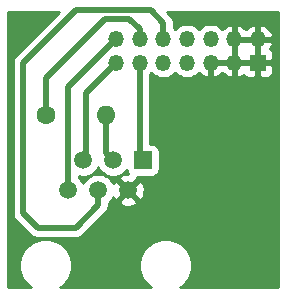
<source format=gbr>
%TF.GenerationSoftware,KiCad,Pcbnew,(5.1.6)-1*%
%TF.CreationDate,2022-06-01T16:51:11-04:00*%
%TF.ProjectId,JTAG_adapter_board,4a544147-5f61-4646-9170-7465725f626f,rev?*%
%TF.SameCoordinates,Original*%
%TF.FileFunction,Copper,L1,Top*%
%TF.FilePolarity,Positive*%
%FSLAX46Y46*%
G04 Gerber Fmt 4.6, Leading zero omitted, Abs format (unit mm)*
G04 Created by KiCad (PCBNEW (5.1.6)-1) date 2022-06-01 16:51:11*
%MOMM*%
%LPD*%
G01*
G04 APERTURE LIST*
%TA.AperFunction,ComponentPad*%
%ADD10O,1.600000X1.600000*%
%TD*%
%TA.AperFunction,ComponentPad*%
%ADD11C,1.600000*%
%TD*%
%TA.AperFunction,ComponentPad*%
%ADD12R,1.350000X1.350000*%
%TD*%
%TA.AperFunction,ComponentPad*%
%ADD13O,1.350000X1.350000*%
%TD*%
%TA.AperFunction,ComponentPad*%
%ADD14C,1.520000*%
%TD*%
%TA.AperFunction,ComponentPad*%
%ADD15R,1.520000X1.520000*%
%TD*%
%TA.AperFunction,Conductor*%
%ADD16C,0.250000*%
%TD*%
%TA.AperFunction,Conductor*%
%ADD17C,0.508000*%
%TD*%
%TA.AperFunction,Conductor*%
%ADD18C,0.254000*%
%TD*%
G04 APERTURE END LIST*
D10*
%TO.P,R1,2*%
%TO.N,/TCK*%
X163195000Y-84455000D03*
D11*
%TO.P,R1,1*%
X158115000Y-84455000D03*
%TD*%
D12*
%TO.P,J1,1*%
%TO.N,GND*%
X176085000Y-80010000D03*
D13*
%TO.P,J1,2*%
X176085000Y-78010000D03*
%TO.P,J1,3*%
X174085000Y-80010000D03*
%TO.P,J1,4*%
X174085000Y-78010000D03*
%TO.P,J1,5*%
X172085000Y-80010000D03*
%TO.P,J1,6*%
%TO.N,N/C*%
X172085000Y-78010000D03*
%TO.P,J1,7*%
X170085000Y-80010000D03*
%TO.P,J1,8*%
X170085000Y-78010000D03*
%TO.P,J1,9*%
X168085000Y-80010000D03*
%TO.P,J1,10*%
%TO.N,/TDI*%
X168085000Y-78010000D03*
%TO.P,J1,11*%
%TO.N,/TD0*%
X166085000Y-80010000D03*
%TO.P,J1,12*%
%TO.N,/TCK*%
X166085000Y-78010000D03*
%TO.P,J1,13*%
%TO.N,/TMS*%
X164085000Y-80010000D03*
%TO.P,J1,14*%
%TO.N,+3V3*%
X164085000Y-78010000D03*
%TD*%
D14*
%TO.P,J2,6*%
%TO.N,+3V3*%
X160020000Y-90805000D03*
%TO.P,J2,5*%
%TO.N,/TMS*%
X161290000Y-88265000D03*
%TO.P,J2,4*%
%TO.N,/TDI*%
X162560000Y-90805000D03*
%TO.P,J2,3*%
%TO.N,/TCK*%
X163830000Y-88265000D03*
%TO.P,J2,2*%
%TO.N,GND*%
X165100000Y-90805000D03*
D15*
%TO.P,J2,1*%
%TO.N,/TD0*%
X166370000Y-88265000D03*
%TD*%
D16*
%TO.N,GND*%
X172085000Y-80010000D02*
X174085000Y-80010000D01*
X174085000Y-80010000D02*
X176085000Y-80010000D01*
X176085000Y-80010000D02*
X176085000Y-78010000D01*
X176085000Y-78010000D02*
X174085000Y-78010000D01*
D17*
%TO.N,/TDI*%
X167005000Y-75565000D02*
X168085000Y-76645000D01*
X168085000Y-76645000D02*
X168085000Y-78010000D01*
X160655000Y-75565000D02*
X167005000Y-75565000D01*
X156210000Y-80010000D02*
X160655000Y-75565000D01*
X162560000Y-92075000D02*
X160655000Y-93980000D01*
X156210000Y-92710000D02*
X156210000Y-80010000D01*
X162560000Y-90805000D02*
X162560000Y-92075000D01*
X157480000Y-93980000D02*
X156210000Y-92710000D01*
X160655000Y-93980000D02*
X157480000Y-93980000D01*
%TO.N,/TD0*%
X166085000Y-87980000D02*
X166370000Y-88265000D01*
X166085000Y-80010000D02*
X166085000Y-87980000D01*
%TO.N,/TCK*%
X163195000Y-87630000D02*
X163830000Y-88265000D01*
X163195000Y-84455000D02*
X163195000Y-87630000D01*
X166085000Y-77185000D02*
X166085000Y-78010000D01*
X165173010Y-76273010D02*
X166085000Y-77185000D01*
X163121990Y-76273010D02*
X165173010Y-76273010D01*
X158115000Y-84455000D02*
X158115000Y-81280000D01*
X158115000Y-81280000D02*
X163121990Y-76273010D01*
%TO.N,/TMS*%
X164085000Y-80010000D02*
X161545000Y-82550000D01*
X161545000Y-88010000D02*
X161290000Y-88265000D01*
X161545000Y-82550000D02*
X161545000Y-88010000D01*
%TO.N,+3V3*%
X160020000Y-82075000D02*
X164085000Y-78010000D01*
X160020000Y-90805000D02*
X160020000Y-82075000D01*
%TD*%
D18*
%TO.N,GND*%
G36*
X155612259Y-79350506D02*
G01*
X155578342Y-79378341D01*
X155550507Y-79412258D01*
X155550505Y-79412260D01*
X155467248Y-79513709D01*
X155384698Y-79668148D01*
X155333864Y-79835726D01*
X155316700Y-80010000D01*
X155321001Y-80053670D01*
X155321000Y-92666340D01*
X155316700Y-92710000D01*
X155321000Y-92753660D01*
X155321000Y-92753666D01*
X155327312Y-92817753D01*
X155333864Y-92884274D01*
X155354146Y-92951136D01*
X155384697Y-93051850D01*
X155467247Y-93206290D01*
X155578341Y-93341659D01*
X155612264Y-93369499D01*
X156820506Y-94577741D01*
X156848341Y-94611659D01*
X156983709Y-94722753D01*
X157138149Y-94805303D01*
X157204058Y-94825296D01*
X157305724Y-94856136D01*
X157338924Y-94859406D01*
X157436333Y-94869000D01*
X157436339Y-94869000D01*
X157479999Y-94873300D01*
X157523659Y-94869000D01*
X160611340Y-94869000D01*
X160655000Y-94873300D01*
X160698660Y-94869000D01*
X160698667Y-94869000D01*
X160829274Y-94856136D01*
X160996851Y-94805303D01*
X161151291Y-94722753D01*
X161286659Y-94611659D01*
X161314499Y-94577736D01*
X163157742Y-92734494D01*
X163191659Y-92706659D01*
X163302753Y-92571291D01*
X163385303Y-92416851D01*
X163436136Y-92249274D01*
X163449000Y-92118667D01*
X163449000Y-92118660D01*
X163453300Y-92075000D01*
X163449000Y-92031340D01*
X163449000Y-91888741D01*
X163449261Y-91888567D01*
X163568691Y-91769137D01*
X164315469Y-91769137D01*
X164382206Y-92009025D01*
X164630892Y-92125924D01*
X164897606Y-92192061D01*
X165172097Y-92204895D01*
X165443817Y-92163931D01*
X165702326Y-92070744D01*
X165817794Y-92009025D01*
X165884531Y-91769137D01*
X165100000Y-90984605D01*
X164315469Y-91769137D01*
X163568691Y-91769137D01*
X163643567Y-91694261D01*
X163796233Y-91465780D01*
X163827830Y-91389499D01*
X163834256Y-91407326D01*
X163895975Y-91522794D01*
X164135863Y-91589531D01*
X164920395Y-90805000D01*
X165279605Y-90805000D01*
X166064137Y-91589531D01*
X166304025Y-91522794D01*
X166420924Y-91274108D01*
X166487061Y-91007394D01*
X166499895Y-90732903D01*
X166458931Y-90461183D01*
X166365744Y-90202674D01*
X166304025Y-90087206D01*
X166064137Y-90020469D01*
X165279605Y-90805000D01*
X164920395Y-90805000D01*
X164135863Y-90020469D01*
X163895975Y-90087206D01*
X163830400Y-90226707D01*
X163796233Y-90144220D01*
X163643567Y-89915739D01*
X163449261Y-89721433D01*
X163220780Y-89568767D01*
X162966907Y-89463609D01*
X162697396Y-89410000D01*
X162422604Y-89410000D01*
X162153093Y-89463609D01*
X161899220Y-89568767D01*
X161670739Y-89721433D01*
X161476433Y-89915739D01*
X161323767Y-90144220D01*
X161290000Y-90225740D01*
X161256233Y-90144220D01*
X161103567Y-89915739D01*
X160909261Y-89721433D01*
X160909000Y-89721259D01*
X160909000Y-89611544D01*
X161152604Y-89660000D01*
X161427396Y-89660000D01*
X161696907Y-89606391D01*
X161950780Y-89501233D01*
X162179261Y-89348567D01*
X162373567Y-89154261D01*
X162526233Y-88925780D01*
X162560000Y-88844260D01*
X162593767Y-88925780D01*
X162746433Y-89154261D01*
X162940739Y-89348567D01*
X163169220Y-89501233D01*
X163423093Y-89606391D01*
X163692604Y-89660000D01*
X163967396Y-89660000D01*
X164236907Y-89606391D01*
X164490780Y-89501233D01*
X164719261Y-89348567D01*
X164913567Y-89154261D01*
X164975526Y-89061533D01*
X164984188Y-89149482D01*
X165020498Y-89269180D01*
X165079463Y-89379494D01*
X165103377Y-89408634D01*
X165027903Y-89405105D01*
X164756183Y-89446069D01*
X164497674Y-89539256D01*
X164382206Y-89600975D01*
X164315469Y-89840863D01*
X165100000Y-90625395D01*
X165884531Y-89840863D01*
X165835069Y-89663072D01*
X167130000Y-89663072D01*
X167254482Y-89650812D01*
X167374180Y-89614502D01*
X167484494Y-89555537D01*
X167581185Y-89476185D01*
X167660537Y-89379494D01*
X167719502Y-89269180D01*
X167755812Y-89149482D01*
X167768072Y-89025000D01*
X167768072Y-87505000D01*
X167755812Y-87380518D01*
X167719502Y-87260820D01*
X167660537Y-87150506D01*
X167581185Y-87053815D01*
X167484494Y-86974463D01*
X167374180Y-86915498D01*
X167254482Y-86879188D01*
X167130000Y-86866928D01*
X166974000Y-86866928D01*
X166974000Y-80973621D01*
X167085000Y-80862621D01*
X167249923Y-81027544D01*
X167464482Y-81170907D01*
X167702887Y-81269658D01*
X167955976Y-81320000D01*
X168214024Y-81320000D01*
X168467113Y-81269658D01*
X168705518Y-81170907D01*
X168920077Y-81027544D01*
X169085000Y-80862621D01*
X169249923Y-81027544D01*
X169464482Y-81170907D01*
X169702887Y-81269658D01*
X169955976Y-81320000D01*
X170214024Y-81320000D01*
X170467113Y-81269658D01*
X170705518Y-81170907D01*
X170920077Y-81027544D01*
X171091681Y-80855940D01*
X171213773Y-80988303D01*
X171421371Y-81139473D01*
X171654472Y-81247238D01*
X171755600Y-81277910D01*
X171958000Y-81154224D01*
X171958000Y-80137000D01*
X172212000Y-80137000D01*
X172212000Y-81154224D01*
X172414400Y-81277910D01*
X172515528Y-81247238D01*
X172748629Y-81139473D01*
X172956227Y-80988303D01*
X173085000Y-80848696D01*
X173213773Y-80988303D01*
X173421371Y-81139473D01*
X173654472Y-81247238D01*
X173755600Y-81277910D01*
X173958000Y-81154224D01*
X173958000Y-80137000D01*
X174212000Y-80137000D01*
X174212000Y-81154224D01*
X174414400Y-81277910D01*
X174515528Y-81247238D01*
X174748629Y-81139473D01*
X174881881Y-81042441D01*
X174958815Y-81136185D01*
X175055506Y-81215537D01*
X175165820Y-81274502D01*
X175285518Y-81310812D01*
X175410000Y-81323072D01*
X175799250Y-81320000D01*
X175958000Y-81161250D01*
X175958000Y-80137000D01*
X176212000Y-80137000D01*
X176212000Y-81161250D01*
X176370750Y-81320000D01*
X176760000Y-81323072D01*
X176884482Y-81310812D01*
X177004180Y-81274502D01*
X177114494Y-81215537D01*
X177211185Y-81136185D01*
X177290537Y-81039494D01*
X177349502Y-80929180D01*
X177385812Y-80809482D01*
X177398072Y-80685000D01*
X177395000Y-80295750D01*
X177236250Y-80137000D01*
X176212000Y-80137000D01*
X175958000Y-80137000D01*
X174212000Y-80137000D01*
X173958000Y-80137000D01*
X172212000Y-80137000D01*
X171958000Y-80137000D01*
X171938000Y-80137000D01*
X171938000Y-79883000D01*
X171958000Y-79883000D01*
X171958000Y-79863000D01*
X172212000Y-79863000D01*
X172212000Y-79883000D01*
X173958000Y-79883000D01*
X173958000Y-78137000D01*
X174212000Y-78137000D01*
X174212000Y-79883000D01*
X175958000Y-79883000D01*
X175958000Y-78137000D01*
X176212000Y-78137000D01*
X176212000Y-79883000D01*
X177236250Y-79883000D01*
X177395000Y-79724250D01*
X177398072Y-79335000D01*
X177385812Y-79210518D01*
X177349502Y-79090820D01*
X177290537Y-78980506D01*
X177211185Y-78883815D01*
X177120929Y-78809744D01*
X177130344Y-78799537D01*
X177264289Y-78580430D01*
X177352915Y-78339401D01*
X177230085Y-78137000D01*
X176212000Y-78137000D01*
X175958000Y-78137000D01*
X174212000Y-78137000D01*
X173958000Y-78137000D01*
X173938000Y-78137000D01*
X173938000Y-77883000D01*
X173958000Y-77883000D01*
X173958000Y-76865776D01*
X174212000Y-76865776D01*
X174212000Y-77883000D01*
X175958000Y-77883000D01*
X175958000Y-76865776D01*
X176212000Y-76865776D01*
X176212000Y-77883000D01*
X177230085Y-77883000D01*
X177352915Y-77680599D01*
X177264289Y-77439570D01*
X177130344Y-77220463D01*
X176956227Y-77031697D01*
X176748629Y-76880527D01*
X176515528Y-76772762D01*
X176414400Y-76742090D01*
X176212000Y-76865776D01*
X175958000Y-76865776D01*
X175755600Y-76742090D01*
X175654472Y-76772762D01*
X175421371Y-76880527D01*
X175213773Y-77031697D01*
X175085000Y-77171304D01*
X174956227Y-77031697D01*
X174748629Y-76880527D01*
X174515528Y-76772762D01*
X174414400Y-76742090D01*
X174212000Y-76865776D01*
X173958000Y-76865776D01*
X173755600Y-76742090D01*
X173654472Y-76772762D01*
X173421371Y-76880527D01*
X173213773Y-77031697D01*
X173091681Y-77164060D01*
X172920077Y-76992456D01*
X172705518Y-76849093D01*
X172467113Y-76750342D01*
X172214024Y-76700000D01*
X171955976Y-76700000D01*
X171702887Y-76750342D01*
X171464482Y-76849093D01*
X171249923Y-76992456D01*
X171085000Y-77157379D01*
X170920077Y-76992456D01*
X170705518Y-76849093D01*
X170467113Y-76750342D01*
X170214024Y-76700000D01*
X169955976Y-76700000D01*
X169702887Y-76750342D01*
X169464482Y-76849093D01*
X169249923Y-76992456D01*
X169085000Y-77157379D01*
X168974000Y-77046379D01*
X168974000Y-76688660D01*
X168978300Y-76645000D01*
X168974000Y-76601340D01*
X168974000Y-76601333D01*
X168961136Y-76470726D01*
X168956063Y-76454000D01*
X168927456Y-76359697D01*
X168910303Y-76303149D01*
X168827753Y-76148709D01*
X168779206Y-76089554D01*
X168744495Y-76047259D01*
X168744494Y-76047258D01*
X168716659Y-76013341D01*
X168682743Y-75985507D01*
X168389236Y-75692000D01*
X177775000Y-75692000D01*
X177775001Y-99035000D01*
X169534273Y-99035000D01*
X169720666Y-98910456D01*
X170035456Y-98595666D01*
X170282786Y-98225511D01*
X170453149Y-97814218D01*
X170540000Y-97377591D01*
X170540000Y-96932409D01*
X170453149Y-96495782D01*
X170282786Y-96084489D01*
X170035456Y-95714334D01*
X169720666Y-95399544D01*
X169350511Y-95152214D01*
X168939218Y-94981851D01*
X168502591Y-94895000D01*
X168057409Y-94895000D01*
X167620782Y-94981851D01*
X167209489Y-95152214D01*
X166839334Y-95399544D01*
X166524544Y-95714334D01*
X166277214Y-96084489D01*
X166106851Y-96495782D01*
X166020000Y-96932409D01*
X166020000Y-97377591D01*
X166106851Y-97814218D01*
X166277214Y-98225511D01*
X166524544Y-98595666D01*
X166839334Y-98910456D01*
X167025727Y-99035000D01*
X159374273Y-99035000D01*
X159560666Y-98910456D01*
X159875456Y-98595666D01*
X160122786Y-98225511D01*
X160293149Y-97814218D01*
X160380000Y-97377591D01*
X160380000Y-96932409D01*
X160293149Y-96495782D01*
X160122786Y-96084489D01*
X159875456Y-95714334D01*
X159560666Y-95399544D01*
X159190511Y-95152214D01*
X158779218Y-94981851D01*
X158342591Y-94895000D01*
X157897409Y-94895000D01*
X157460782Y-94981851D01*
X157049489Y-95152214D01*
X156679334Y-95399544D01*
X156364544Y-95714334D01*
X156117214Y-96084489D01*
X155946851Y-96495782D01*
X155860000Y-96932409D01*
X155860000Y-97377591D01*
X155946851Y-97814218D01*
X156117214Y-98225511D01*
X156364544Y-98595666D01*
X156679334Y-98910456D01*
X156865727Y-99035000D01*
X154965000Y-99035000D01*
X154965000Y-75692000D01*
X159270765Y-75692000D01*
X155612259Y-79350506D01*
G37*
X155612259Y-79350506D02*
X155578342Y-79378341D01*
X155550507Y-79412258D01*
X155550505Y-79412260D01*
X155467248Y-79513709D01*
X155384698Y-79668148D01*
X155333864Y-79835726D01*
X155316700Y-80010000D01*
X155321001Y-80053670D01*
X155321000Y-92666340D01*
X155316700Y-92710000D01*
X155321000Y-92753660D01*
X155321000Y-92753666D01*
X155327312Y-92817753D01*
X155333864Y-92884274D01*
X155354146Y-92951136D01*
X155384697Y-93051850D01*
X155467247Y-93206290D01*
X155578341Y-93341659D01*
X155612264Y-93369499D01*
X156820506Y-94577741D01*
X156848341Y-94611659D01*
X156983709Y-94722753D01*
X157138149Y-94805303D01*
X157204058Y-94825296D01*
X157305724Y-94856136D01*
X157338924Y-94859406D01*
X157436333Y-94869000D01*
X157436339Y-94869000D01*
X157479999Y-94873300D01*
X157523659Y-94869000D01*
X160611340Y-94869000D01*
X160655000Y-94873300D01*
X160698660Y-94869000D01*
X160698667Y-94869000D01*
X160829274Y-94856136D01*
X160996851Y-94805303D01*
X161151291Y-94722753D01*
X161286659Y-94611659D01*
X161314499Y-94577736D01*
X163157742Y-92734494D01*
X163191659Y-92706659D01*
X163302753Y-92571291D01*
X163385303Y-92416851D01*
X163436136Y-92249274D01*
X163449000Y-92118667D01*
X163449000Y-92118660D01*
X163453300Y-92075000D01*
X163449000Y-92031340D01*
X163449000Y-91888741D01*
X163449261Y-91888567D01*
X163568691Y-91769137D01*
X164315469Y-91769137D01*
X164382206Y-92009025D01*
X164630892Y-92125924D01*
X164897606Y-92192061D01*
X165172097Y-92204895D01*
X165443817Y-92163931D01*
X165702326Y-92070744D01*
X165817794Y-92009025D01*
X165884531Y-91769137D01*
X165100000Y-90984605D01*
X164315469Y-91769137D01*
X163568691Y-91769137D01*
X163643567Y-91694261D01*
X163796233Y-91465780D01*
X163827830Y-91389499D01*
X163834256Y-91407326D01*
X163895975Y-91522794D01*
X164135863Y-91589531D01*
X164920395Y-90805000D01*
X165279605Y-90805000D01*
X166064137Y-91589531D01*
X166304025Y-91522794D01*
X166420924Y-91274108D01*
X166487061Y-91007394D01*
X166499895Y-90732903D01*
X166458931Y-90461183D01*
X166365744Y-90202674D01*
X166304025Y-90087206D01*
X166064137Y-90020469D01*
X165279605Y-90805000D01*
X164920395Y-90805000D01*
X164135863Y-90020469D01*
X163895975Y-90087206D01*
X163830400Y-90226707D01*
X163796233Y-90144220D01*
X163643567Y-89915739D01*
X163449261Y-89721433D01*
X163220780Y-89568767D01*
X162966907Y-89463609D01*
X162697396Y-89410000D01*
X162422604Y-89410000D01*
X162153093Y-89463609D01*
X161899220Y-89568767D01*
X161670739Y-89721433D01*
X161476433Y-89915739D01*
X161323767Y-90144220D01*
X161290000Y-90225740D01*
X161256233Y-90144220D01*
X161103567Y-89915739D01*
X160909261Y-89721433D01*
X160909000Y-89721259D01*
X160909000Y-89611544D01*
X161152604Y-89660000D01*
X161427396Y-89660000D01*
X161696907Y-89606391D01*
X161950780Y-89501233D01*
X162179261Y-89348567D01*
X162373567Y-89154261D01*
X162526233Y-88925780D01*
X162560000Y-88844260D01*
X162593767Y-88925780D01*
X162746433Y-89154261D01*
X162940739Y-89348567D01*
X163169220Y-89501233D01*
X163423093Y-89606391D01*
X163692604Y-89660000D01*
X163967396Y-89660000D01*
X164236907Y-89606391D01*
X164490780Y-89501233D01*
X164719261Y-89348567D01*
X164913567Y-89154261D01*
X164975526Y-89061533D01*
X164984188Y-89149482D01*
X165020498Y-89269180D01*
X165079463Y-89379494D01*
X165103377Y-89408634D01*
X165027903Y-89405105D01*
X164756183Y-89446069D01*
X164497674Y-89539256D01*
X164382206Y-89600975D01*
X164315469Y-89840863D01*
X165100000Y-90625395D01*
X165884531Y-89840863D01*
X165835069Y-89663072D01*
X167130000Y-89663072D01*
X167254482Y-89650812D01*
X167374180Y-89614502D01*
X167484494Y-89555537D01*
X167581185Y-89476185D01*
X167660537Y-89379494D01*
X167719502Y-89269180D01*
X167755812Y-89149482D01*
X167768072Y-89025000D01*
X167768072Y-87505000D01*
X167755812Y-87380518D01*
X167719502Y-87260820D01*
X167660537Y-87150506D01*
X167581185Y-87053815D01*
X167484494Y-86974463D01*
X167374180Y-86915498D01*
X167254482Y-86879188D01*
X167130000Y-86866928D01*
X166974000Y-86866928D01*
X166974000Y-80973621D01*
X167085000Y-80862621D01*
X167249923Y-81027544D01*
X167464482Y-81170907D01*
X167702887Y-81269658D01*
X167955976Y-81320000D01*
X168214024Y-81320000D01*
X168467113Y-81269658D01*
X168705518Y-81170907D01*
X168920077Y-81027544D01*
X169085000Y-80862621D01*
X169249923Y-81027544D01*
X169464482Y-81170907D01*
X169702887Y-81269658D01*
X169955976Y-81320000D01*
X170214024Y-81320000D01*
X170467113Y-81269658D01*
X170705518Y-81170907D01*
X170920077Y-81027544D01*
X171091681Y-80855940D01*
X171213773Y-80988303D01*
X171421371Y-81139473D01*
X171654472Y-81247238D01*
X171755600Y-81277910D01*
X171958000Y-81154224D01*
X171958000Y-80137000D01*
X172212000Y-80137000D01*
X172212000Y-81154224D01*
X172414400Y-81277910D01*
X172515528Y-81247238D01*
X172748629Y-81139473D01*
X172956227Y-80988303D01*
X173085000Y-80848696D01*
X173213773Y-80988303D01*
X173421371Y-81139473D01*
X173654472Y-81247238D01*
X173755600Y-81277910D01*
X173958000Y-81154224D01*
X173958000Y-80137000D01*
X174212000Y-80137000D01*
X174212000Y-81154224D01*
X174414400Y-81277910D01*
X174515528Y-81247238D01*
X174748629Y-81139473D01*
X174881881Y-81042441D01*
X174958815Y-81136185D01*
X175055506Y-81215537D01*
X175165820Y-81274502D01*
X175285518Y-81310812D01*
X175410000Y-81323072D01*
X175799250Y-81320000D01*
X175958000Y-81161250D01*
X175958000Y-80137000D01*
X176212000Y-80137000D01*
X176212000Y-81161250D01*
X176370750Y-81320000D01*
X176760000Y-81323072D01*
X176884482Y-81310812D01*
X177004180Y-81274502D01*
X177114494Y-81215537D01*
X177211185Y-81136185D01*
X177290537Y-81039494D01*
X177349502Y-80929180D01*
X177385812Y-80809482D01*
X177398072Y-80685000D01*
X177395000Y-80295750D01*
X177236250Y-80137000D01*
X176212000Y-80137000D01*
X175958000Y-80137000D01*
X174212000Y-80137000D01*
X173958000Y-80137000D01*
X172212000Y-80137000D01*
X171958000Y-80137000D01*
X171938000Y-80137000D01*
X171938000Y-79883000D01*
X171958000Y-79883000D01*
X171958000Y-79863000D01*
X172212000Y-79863000D01*
X172212000Y-79883000D01*
X173958000Y-79883000D01*
X173958000Y-78137000D01*
X174212000Y-78137000D01*
X174212000Y-79883000D01*
X175958000Y-79883000D01*
X175958000Y-78137000D01*
X176212000Y-78137000D01*
X176212000Y-79883000D01*
X177236250Y-79883000D01*
X177395000Y-79724250D01*
X177398072Y-79335000D01*
X177385812Y-79210518D01*
X177349502Y-79090820D01*
X177290537Y-78980506D01*
X177211185Y-78883815D01*
X177120929Y-78809744D01*
X177130344Y-78799537D01*
X177264289Y-78580430D01*
X177352915Y-78339401D01*
X177230085Y-78137000D01*
X176212000Y-78137000D01*
X175958000Y-78137000D01*
X174212000Y-78137000D01*
X173958000Y-78137000D01*
X173938000Y-78137000D01*
X173938000Y-77883000D01*
X173958000Y-77883000D01*
X173958000Y-76865776D01*
X174212000Y-76865776D01*
X174212000Y-77883000D01*
X175958000Y-77883000D01*
X175958000Y-76865776D01*
X176212000Y-76865776D01*
X176212000Y-77883000D01*
X177230085Y-77883000D01*
X177352915Y-77680599D01*
X177264289Y-77439570D01*
X177130344Y-77220463D01*
X176956227Y-77031697D01*
X176748629Y-76880527D01*
X176515528Y-76772762D01*
X176414400Y-76742090D01*
X176212000Y-76865776D01*
X175958000Y-76865776D01*
X175755600Y-76742090D01*
X175654472Y-76772762D01*
X175421371Y-76880527D01*
X175213773Y-77031697D01*
X175085000Y-77171304D01*
X174956227Y-77031697D01*
X174748629Y-76880527D01*
X174515528Y-76772762D01*
X174414400Y-76742090D01*
X174212000Y-76865776D01*
X173958000Y-76865776D01*
X173755600Y-76742090D01*
X173654472Y-76772762D01*
X173421371Y-76880527D01*
X173213773Y-77031697D01*
X173091681Y-77164060D01*
X172920077Y-76992456D01*
X172705518Y-76849093D01*
X172467113Y-76750342D01*
X172214024Y-76700000D01*
X171955976Y-76700000D01*
X171702887Y-76750342D01*
X171464482Y-76849093D01*
X171249923Y-76992456D01*
X171085000Y-77157379D01*
X170920077Y-76992456D01*
X170705518Y-76849093D01*
X170467113Y-76750342D01*
X170214024Y-76700000D01*
X169955976Y-76700000D01*
X169702887Y-76750342D01*
X169464482Y-76849093D01*
X169249923Y-76992456D01*
X169085000Y-77157379D01*
X168974000Y-77046379D01*
X168974000Y-76688660D01*
X168978300Y-76645000D01*
X168974000Y-76601340D01*
X168974000Y-76601333D01*
X168961136Y-76470726D01*
X168956063Y-76454000D01*
X168927456Y-76359697D01*
X168910303Y-76303149D01*
X168827753Y-76148709D01*
X168779206Y-76089554D01*
X168744495Y-76047259D01*
X168744494Y-76047258D01*
X168716659Y-76013341D01*
X168682743Y-75985507D01*
X168389236Y-75692000D01*
X177775000Y-75692000D01*
X177775001Y-99035000D01*
X169534273Y-99035000D01*
X169720666Y-98910456D01*
X170035456Y-98595666D01*
X170282786Y-98225511D01*
X170453149Y-97814218D01*
X170540000Y-97377591D01*
X170540000Y-96932409D01*
X170453149Y-96495782D01*
X170282786Y-96084489D01*
X170035456Y-95714334D01*
X169720666Y-95399544D01*
X169350511Y-95152214D01*
X168939218Y-94981851D01*
X168502591Y-94895000D01*
X168057409Y-94895000D01*
X167620782Y-94981851D01*
X167209489Y-95152214D01*
X166839334Y-95399544D01*
X166524544Y-95714334D01*
X166277214Y-96084489D01*
X166106851Y-96495782D01*
X166020000Y-96932409D01*
X166020000Y-97377591D01*
X166106851Y-97814218D01*
X166277214Y-98225511D01*
X166524544Y-98595666D01*
X166839334Y-98910456D01*
X167025727Y-99035000D01*
X159374273Y-99035000D01*
X159560666Y-98910456D01*
X159875456Y-98595666D01*
X160122786Y-98225511D01*
X160293149Y-97814218D01*
X160380000Y-97377591D01*
X160380000Y-96932409D01*
X160293149Y-96495782D01*
X160122786Y-96084489D01*
X159875456Y-95714334D01*
X159560666Y-95399544D01*
X159190511Y-95152214D01*
X158779218Y-94981851D01*
X158342591Y-94895000D01*
X157897409Y-94895000D01*
X157460782Y-94981851D01*
X157049489Y-95152214D01*
X156679334Y-95399544D01*
X156364544Y-95714334D01*
X156117214Y-96084489D01*
X155946851Y-96495782D01*
X155860000Y-96932409D01*
X155860000Y-97377591D01*
X155946851Y-97814218D01*
X156117214Y-98225511D01*
X156364544Y-98595666D01*
X156679334Y-98910456D01*
X156865727Y-99035000D01*
X154965000Y-99035000D01*
X154965000Y-75692000D01*
X159270765Y-75692000D01*
X155612259Y-79350506D01*
%TD*%
M02*

</source>
